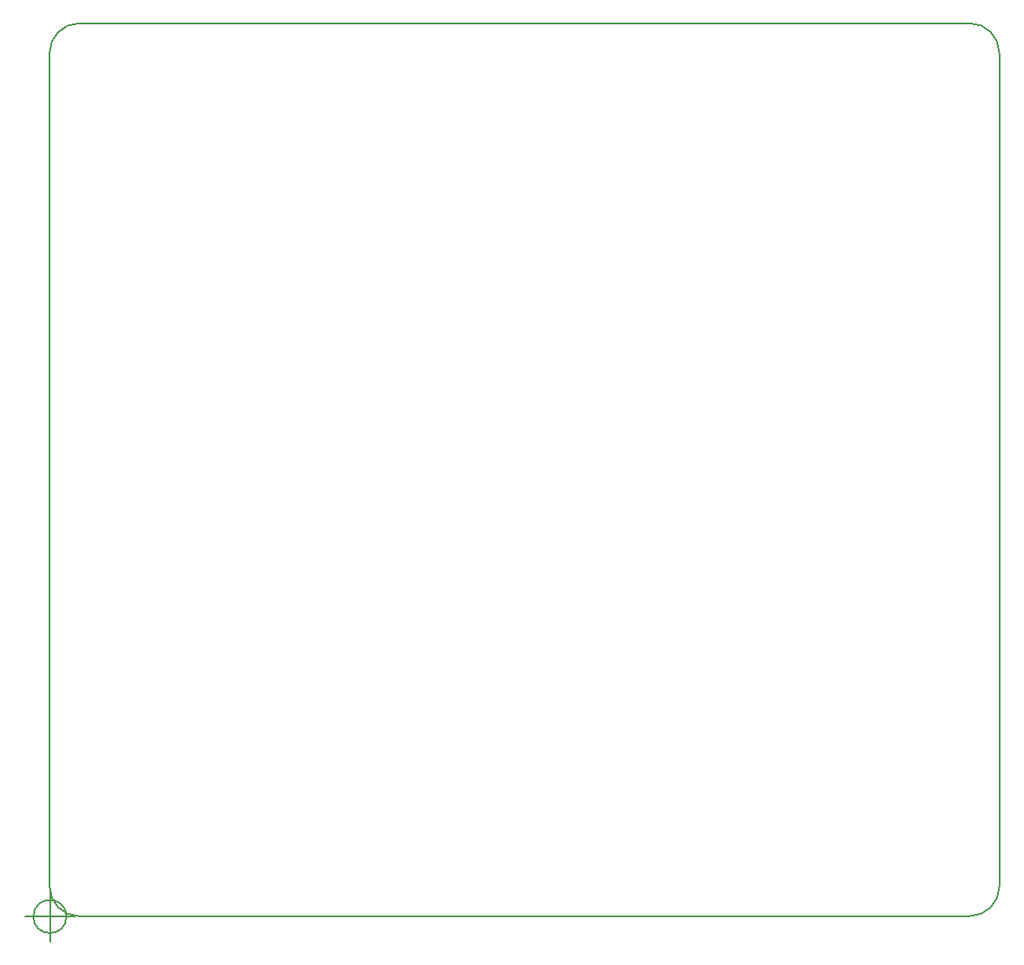
<source format=gm1>
G04 #@! TF.GenerationSoftware,KiCad,Pcbnew,(5.1.2)-1*
G04 #@! TF.CreationDate,2019-06-17T17:11:17-03:00*
G04 #@! TF.ProjectId,pcb_v1,7063625f-7631-42e6-9b69-6361645f7063,rev?*
G04 #@! TF.SameCoordinates,Original*
G04 #@! TF.FileFunction,Profile,NP*
%FSLAX46Y46*%
G04 Gerber Fmt 4.6, Leading zero omitted, Abs format (unit mm)*
G04 Created by KiCad (PCBNEW (5.1.2)-1) date 2019-06-17 17:11:17*
%MOMM*%
%LPD*%
G04 APERTURE LIST*
%ADD10C,0.150000*%
G04 APERTURE END LIST*
D10*
X50000000Y-53000000D02*
G75*
G02X53000000Y-50000000I3000000J0D01*
G01*
X142890000Y-50000000D02*
G75*
G02X145890000Y-53000000I0J-3000000D01*
G01*
X145890000Y-137170000D02*
G75*
G02X142890000Y-140170000I-3000000J0D01*
G01*
X53000000Y-140170000D02*
G75*
G02X50000000Y-137170000I0J3000000D01*
G01*
X142890000Y-140170000D02*
X53000000Y-140170000D01*
X145890000Y-137170000D02*
X145890000Y-53000000D01*
X142890000Y-50000000D02*
X53000000Y-50000000D01*
X50000000Y-53000000D02*
X50000000Y-137170000D01*
X51704666Y-140208000D02*
G75*
G03X51704666Y-140208000I-1666666J0D01*
G01*
X47538000Y-140208000D02*
X52538000Y-140208000D01*
X50038000Y-137708000D02*
X50038000Y-142708000D01*
M02*

</source>
